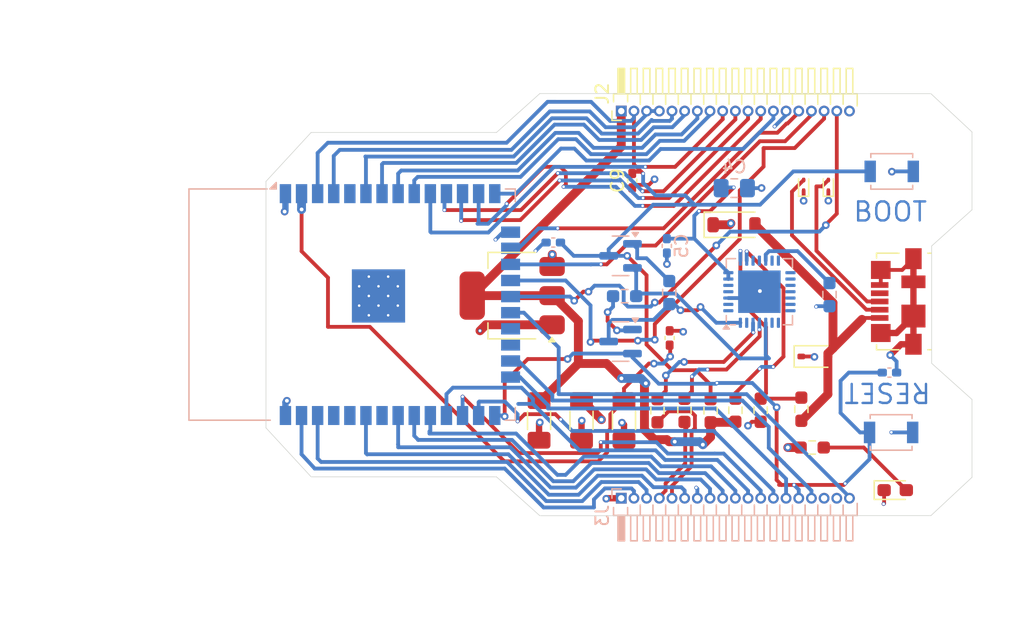
<source format=kicad_pcb>
(kicad_pcb (version 20241229) (generator "pcbnew") (generator_version "9.0")
  (layers (0 "F.Cu" signal) (4 "In1.Cu" power) (6 "In2.Cu" power) (2 "B.Cu" signal) (13 "F.Paste" user) (15 "B.Paste" user) (5 "F.SilkS" user "F.Silkscreen") (7 "B.SilkS" user "B.Silkscreen") (1 "F.Mask" user) (3 "B.Mask" user) (25 "Edge.Cuts" user))
  (net 0 "")
  (net 1 "Net-(U1-VDD)")
  (net 2 "GND")
  (net 3 "/EN")
  (net 4 "Net-(U2-VDD)")
  (net 5 "/EXT_5V")
  (net 6 "/VDD33")
  (net 7 "/VBUS")
  (net 8 "/USB_DN")
  (net 9 "/USB_DP")
  (net 10 "Net-(D5-A)")
  (net 12 "/SCS")
  (net 13 "/IO33")
  (net 14 "/SENSOR_VP")
  (net 15 "/IO14")
  (net 16 "/SHD")
  (net 17 "/IO12")
  (net 18 "/IO25")
  (net 19 "/IO34")
  (net 20 "/IO35")
  (net 21 "/IO13")
  (net 22 "/SWP")
  (net 23 "/IO27")
  (net 24 "/IO26")
  (net 25 "/IO32")
  (net 26 "/SDI")
  (net 27 "/IO22")
  (net 28 "/IO2")
  (net 29 "/SD0")
  (net 30 "/IO5")
  (net 31 "/IO21")
  (net 32 "/IO15")
  (net 33 "/IO0")
  (net 34 "/IO23")
  (net 35 "/IO16")
  (net 36 "/RXD0")
  (net 37 "/IO17")
  (net 38 "/TXD0")
  (net 39 "/IO18")
  (net 40 "/IO4")
  (net 41 "/SCK")
  (net 42 "/IO19")
  (net 43 "Net-(Q1-B)")
  (net 44 "/RTS")
  (net 45 "Net-(Q2-B)")
  (net 46 "/DTR")
  (net 47 "Net-(U2-~{RST})")
  (net 48 "Net-(U2-VBUS)")
  (net 49 "Net-(U2-SUSPEND)")
  (net 50 "/TXD")
  (net 51 "/RXD")
  (net 52 "/IO1")
  (net 53 "/IO3")
  (net 55 "/SENSOR_VN")
  (net 56 "/SD1")
  (net 57 "/SDO")
  (net 59 "/DSR")
  (net 64 "/USB-DP")
  (net 65 "/USB-DN")
  (net 69 "/CTS")
  (net 72 "/RI")
  (net 75 "/DCD")
  (footprint "Resistor_SMD:R_0603_1608Metric_Pad0.98x0.95mm_HandSolder" (layer "F.Cu") (at 110.62 117.5675 90)
    (property "Reference" "R4" (hide yes))
    (property "Value" "22.1K(5%)" (hide yes))
  )
  (footprint "Resistor_SMD:R_0603_1608Metric_Pad0.98x0.95mm_HandSolder" (layer "F.Cu") (at 105.42 117.6475 90)
    (property "Reference" "R2" (hide yes))
    (property "Value" "2K(5%)" (hide yes))
  )
  (footprint "Diode_SMD:D_SOD-923" (layer "F.Cu") (at 110.8 99.9075 90)
    (property "Reference" "D3" (hide yes))
    (property "Value" "ESD9B3.3ST5G" (hide yes))
  )
  (footprint "Resistor_SMD:R_0603_1608Metric_Pad0.98x0.95mm_HandSolder" (layer "F.Cu") (at 107.41 117.6475 90)
    (property "Reference" "R3" (hide yes))
    (property "Value" "47.5K(5%)" (hide yes))
  )
  (footprint "Capacitor_SMD:C_0402_1005Metric_Pad0.74x0.62mm_HandSolder" (layer "F.Cu") (at 97.28 99.54 90)
    (property "Reference" "C9")
    (property "Value" "0.1uF/50V(10%)" (hide yes))
  )
  (footprint "Resistor_SMD:R_0603_1608Metric_Pad0.98x0.95mm_HandSolder" (layer "F.Cu") (at 111.4725 120.59)
    (property "Reference" "R10" (hide yes))
    (property "Value" "2K(5%)" (hide yes))
  )
  (footprint "Capacitor_SMD:C_1206_3216Metric_Pad1.33x1.80mm_HandSolder" (layer "F.Cu") (at 89.93 118.4525 -90)
    (property "Reference" "C7" (hide yes))
    (property "Value" "22uF/10v(20%)" (hide yes))
  )
  (footprint "LED_SMD:LED_0603_1608Metric_Pad1.05x0.95mm_HandSolder" (layer "F.Cu") (at 118.025 123.95)
    (property "Reference" "D5" (hide yes))
    (property "Value" "LED")
  )
  (footprint "Capacitor_SMD:C_1206_3216Metric_Pad1.33x1.80mm_HandSolder" (layer "F.Cu") (at 93.28 118.4525 -90)
    (property "Reference" "C6" (hide yes))
    (property "Value" "22uF/10v(20%)" (hide yes))
  )
  (footprint "Diode_SMD:D_SOD-923" (layer "F.Cu") (at 112.75 99.9075 90)
    (property "Reference" "D4" (hide yes))
    (property "Value" "ESD9B3.3ST5G" (hide yes))
  )
  (footprint "Diode_SMD:D_SOD-123" (layer "F.Cu") (at 105.31 103.02)
    (property "Reference" "D2" (hide yes))
    (property "Value" "MBR0530" (hide yes))
  )
  (footprint "Resistor_SMD:R_0603_1608Metric_Pad0.98x0.95mm_HandSolder" (layer "F.Cu") (at 101.4 117.66 90)
    (property "Reference" "R9" (hide yes))
    (property "Value" "0R(5%)" (hide yes))
  )
  (footprint "Resistor_SMD:R_0603_1608Metric_Pad0.98x0.95mm_HandSolder" (layer "F.Cu") (at 99.27 117.69 90)
    (property "Reference" "R8" (hide yes))
    (property "Value" "0R(5%)" (hide yes))
  )
  (footprint "Package_TO_SOT_SMD:SOT-223-3_TabPin2" (layer "F.Cu") (at 87.81 108.61 180)
    (property "Reference" "U3" (hide yes))
    (property "Value" "AMS1117-3.3" (hide yes))
  )
  (footprint "Capacitor_SMD:C_0402_1005Metric_Pad0.74x0.62mm_HandSolder" (layer "F.Cu") (at 100.23 111.95 90)
    (property "Reference" "C2" (hide yes))
    (property "Value" "0.1uF/50V(10%)" (hide yes))
  )
  (footprint "Diode_SMD:D_SOD-323" (layer "F.Cu") (at 111.6625 113.41)
    (property "Reference" "D1" (hide yes))
    (property "Value" "SD05_SOD323" (hide yes))
  )
  (footprint "Connector_USB:USB_Micro-B_Molex_47346-0001" (layer "F.Cu") (at 118.26 109.07 90)
    (property "Reference" "J1" (hide yes))
    (property "Value" "USB_B_Micro" (hide yes))
  )
  (footprint "Connector_PinHeader_1.00mm:PinHeader_1x19_P1.00mm_Horizontal" (layer "F.Cu") (at 96.415 94.05 90)
    (property "Reference" "J2")
    (property "Value" "Conn_01x19_Pin" (hide yes))
  )
  (footprint "Capacitor_SMD:C_1206_3216Metric_Pad1.33x1.80mm_HandSolder" (layer "F.Cu") (at 96.63 118.4525 -90)
    (property "Reference" "C1" (hide yes))
    (property "Value" "22uF/10V(20%)" (hide yes))
  )
  (footprint "Resistor_SMD:R_0603_1608Metric_Pad0.98x0.95mm_HandSolder" (layer "F.Cu") (at 103.46 117.69 90)
    (property "Reference" "R1" (hide yes))
    (property "Value" "10K(5%)" (hide yes))
  )
  (footprint "Capacitor_SMD:C_0402_1005Metric_Pad0.74x0.62mm_HandSolder" (layer "B.Cu") (at 100.01 104.6825 90)
    (property "Reference" "C5")
    (property "Value" "0.1uF/50V(10%)" (hide yes))
  )
  (footprint "Resistor_SMD:R_0603_1608Metric_Pad0.98x0.95mm_HandSolder" (layer "B.Cu") (at 112.84 108.53 -90)
    (property "Reference" "R5" (hide yes))
    (property "Value" "10K(5%)" (hide yes))
  )
  (footprint "Package_DFN_QFN:QFN-28-1EP_5x5mm_P0.5mm_EP3.35x3.35mm" (layer "B.Cu") (at 107.31 108.3)
    (property "Reference" "U2" (hide yes))
    (property "Value" "CP2102N-Axx-xQFN28" (hide yes))
  )
  (footprint "RF_Module:ESP32-WROOM-32" (layer "B.Cu") (at 78.175 109.315 -90)
    (property "Reference" "U1" (hide yes))
    (property "Value" "ESP32-WROOM-32" (hide yes))
  )
  (footprint "Package_TO_SOT_SMD:SOT-23" (layer "B.Cu") (at 96.36 105.47 180)
    (property "Reference" "Q1" (hide yes))
    (property "Value" "SS8050" (hide yes))
  )
  (footprint "Package_TO_SOT_SMD:SOT-23" (layer "B.Cu") (at 96.36 112.23 180)
    (property "Reference" "Q2" (hide yes))
    (property "Value" "SS8050" (hide yes))
  )
  (footprint "Button_Switch_SMD:SW_SPST_B3U-1000P" (layer "B.Cu") (at 117.7 119.4 180)
    (property "Reference" "SW1" (hide yes))
    (property "Value" "SW_Push" (hide yes))
  )
  (footprint "Capacitor_SMD:C_0805_2012Metric_Pad1.18x1.45mm_HandSolder" (layer "B.Cu") (at 105.33 100.13 180)
    (property "Reference" "C4")
    (property "Value" "4.7uf/50V(10%)" (hide yes))
  )
  (footprint "Capacitor_SMD:C_0402_1005Metric_Pad0.74x0.62mm_HandSolder" (layer "B.Cu") (at 117.5675 114.68 180)
    (property "Reference" "C8" (hide yes))
    (property "Value" "0.1uF/50V(10%)" (hide yes))
  )
  (footprint "Resistor_SMD:R_0603_1608Metric_Pad0.98x0.95mm_HandSolder" (layer "B.Cu") (at 100.2 108.37 90)
    (property "Reference" "R6" (hide yes))
    (property "Value" "10K(5%)" (hide yes))
  )
  (footprint "Resistor_SMD:R_0603_1608Metric_Pad0.98x0.95mm_HandSolder" (layer "B.Cu") (at 96.68 108.65 180)
    (property "Reference" "R7" (hide yes))
    (property "Value" "10K(5%)" (hide yes))
  )
  (footprint "Connector_PinHeader_1.00mm:PinHeader_1x19_P1.00mm_Horizontal" (layer "B.Cu") (at 96.415 124.59 -90)
    (property "Reference" "J3")
    (property "Value" "Conn_01x19_Pin" (hide yes))
  )
  (footprint "Capacitor_SMD:C_0402_1005Metric_Pad0.74x0.62mm_HandSolder" (layer "B.Cu") (at 91.0525 104.42 180)
    (property "Reference" "C3" (hide yes))
    (property "Value" "0.1uF/50V(10%)" (hide yes))
  )
  (footprint "Button_Switch_SMD:SW_SPST_B3U-1000P" (layer "B.Cu") (at 117.75 98.81 180)
    (property "Reference" "SW2" (hide yes))
    (property "Value" "SW_Push" (hide yes))
  )
  (gr_line (start 71.95 122.9) (end 86.57 122.9) (stroke (width 0.05)) (layer "Edge.Cuts"))
  (gr_line (start 86.57 95.74) (end 89.99 92.67) (stroke (width 0.05)) (layer "Edge.Cuts"))
  (gr_line (start 89.99 92.67) (end 120.84 92.68) (stroke (width 0.05)) (layer "Edge.Cuts"))
  (gr_line (start 68.39 99.6) (end 71.95 95.74) (stroke (width 0.05)) (layer "Edge.Cuts"))
  (gr_line (start 89.99 125.97) (end 120.84 125.96) (stroke (width 0.05)) (layer "Edge.Cuts"))
  (gr_line (start 124.08 116.8) (end 120.9 113.95) (stroke (width 0.05)) (layer "Edge.Cuts"))
  (gr_line (start 124.08 95.7) (end 124.08 101.84) (stroke (width 0.05)) (layer "Edge.Cuts"))
  (gr_line (start 124.08 122.94) (end 124.08 116.8) (stroke (width 0.05)) (layer "Edge.Cuts"))
  (gr_line (start 120.84 125.96) (end 124.08 122.94) (stroke (width 0.05)) (layer "Edge.Cuts"))
  (gr_line (start 68.39 119.04) (end 71.95 122.9) (stroke (width 0.05)) (layer "Edge.Cuts"))
  (gr_line (start 71.95 95.74) (end 86.57 95.74) (stroke (width 0.05)) (layer "Edge.Cuts"))
  (gr_line (start 86.57 122.9) (end 89.99 125.97) (stroke (width 0.05)) (layer "Edge.Cuts"))
  (gr_line (start 120.9 113.95) (end 120.9 104.69) (stroke (width 0.05)) (layer "Edge.Cuts"))
  (gr_line (start 68.39 119.04) (end 68.39 99.6) (stroke (width 0.05)) (layer "Edge.Cuts"))
  (gr_line (start 124.08 101.84) (end 120.9 104.69) (stroke (width 0.05)) (layer "Edge.Cuts"))
  (gr_line (start 120.84 92.68) (end 124.08 95.7) (stroke (width 0.05)) (layer "Edge.Cuts"))
  (gr_text "BOOT\n" (at 114.62 102.87 0) (layer "B.Cu") (effects (font (size 1.5 1.5) (thickness 0.1875)) (justify left bottom)))
  (gr_text "RESET" (at 120.93 115.38 180) (layer "B.Cu") (effects (font (size 1.5 1.5) (thickness 0.1875)) (justify left bottom)))
  (segment (start 96.63 116.89) (end 95.551 117.969) (width 0.3) (layer "F.Cu") (net 1))
  (segment (start 100.27462 112.56212) (end 100.23 112.5175) (width 0.3) (layer "F.Cu") (net 1))
  (segment (start 71.2 105.11) (end 71.2 101.81) (width 0.3) (layer "F.Cu") (net 1))
  (segment (start 96.63 115.93) (end 98.59038 113.96962) (width 0.3) (layer "F.Cu") (net 1))
  (segment (start 95.301 120.977521) (end 94.598521 121.68) (width 0.3) (layer "F.Cu") (net 1))
  (segment (start 94.598521 121.68) (end 87.19 121.68) (width 0.3) (layer "F.Cu") (net 1))
  (segment (start 95.301 119.375521) (end 95.301 120.977521) (width 0.3) (layer "F.Cu") (net 1))
  (segment (start 98.59038 113.96962) (end 98.99038 113.96962) (width 0.3) (layer "F.Cu") (net 1))
  (segment (start 95.551 119.125521) (end 95.301 119.375521) (width 0.3) (layer "F.Cu") (net 1))
  (segment (start 96.63 116.89) (end 96.63 115.93) (width 0.3) (layer "F.Cu") (net 1))
  (segment (start 73.28 107.19) (end 71.2 105.11) (width 0.3) (layer "F.Cu") (net 1))
  (segment (start 100.27462 113.41538) (end 100.27462 112.56212) (width 0.3) (layer "F.Cu") (net 1))
  (segment (start 73.28 111.07) (end 73.28 107.19) (width 0.3) (layer "F.Cu") (net 1))
  (segment (start 87.19 121.68) (end 76.58 111.07) (width 0.3) (layer "F.Cu") (net 1))
  (segment (start 95.551 117.969) (end 95.551 119.125521) (width 0.3) (layer "F.Cu") (net 1))
  (segment (start 76.58 111.07) (end 73.28 111.07) (width 0.3) (layer "F.Cu") (net 1))
  (via (at 98.99038 113.96962) (size 0.6) (drill 0.3) (layers "F.Cu" "B.Cu") (net 1))
  (via (at 100.27462 113.41538) (size 0.6) (drill 0.3) (layers "F.Cu" "B.Cu") (net 1))
  (via (at 71.2 101.81) (size 0.6) (drill 0.3) (layers "F.Cu" "B.Cu") (net 1))
  (segment (start 71.195 101.805) (end 71.2 101.81) (width 0.7) (layer "B.Cu") (net 1))
  (segment (start 99.72038 113.96962) (end 100.27462 113.41538) (width 0.3) (layer "B.Cu") (net 1))
  (segment (start 71.195 100.565) (end 71.195 101.805) (width 0.7) (layer "B.Cu") (net 1))
  (segment (start 98.99038 113.96962) (end 99.72038 113.96962) (width 0.3) (layer "B.Cu") (net 1))
  (segment (start 118.485 112.445) (end 117.63 113.3) (width 0.5) (layer "F.Cu") (net 2))
  (segment (start 118.5725 106.5825) (end 119.46 105.695) (width 0.3) (layer "F.Cu") (net 2))
  (segment (start 98.597446 99.872554) (end 99.04 99.43) (width 0.3) (layer "F.Cu") (net 2))
  (segment (start 119.46 112.445) (end 118.485 112.445) (width 0.5) (layer "F.Cu") (net 2))
  (segment (start 117.15 125) (end 117.11 125.04) (width 0.3) (layer "F.Cu") (net 2))
  (segment (start 97.28 100.1075) (end 97.514946 99.872554) (width 0.3) (layer "F.Cu") (net 2))
  (segment (start 90.96 110.91) (end 85.74 110.91) (width 0.7) (layer "F.Cu") (net 2))
  (segment (start 95.27 124.59) (end 95.23 124.63) (width 0.5) (layer "F.Cu") (net 2))
  (segment (start 96.63 118.79) (end 96.47 118.63) (width 0.5) (layer "F.Cu") (net 2))
  (segment (start 110.8 100.3275) (end 110.8 101.13) (width 0.3) (layer "F.Cu") (net 2))
  (segment (start 119.46 112.445) (end 119.46 105.695) (width 0.5) (layer "F.Cu") (net 2))
  (segment (start 100.23 111.3825) (end 101.2225 111.3825) (width 0.3) (layer "F.Cu") (net 2))
  (segment (start 116.885 106.5825) (end 116.885 107.685) (width 0.3) (layer "F.Cu") (net 2))
  (segment (start 101.2225 111.3825) (end 101.3 111.46) (width 0.3) (layer "F.Cu") (net 2))
  (segment (start 89.93 118.67) (end 89.99 118.61) (width 0.5) (layer "F.Cu") (net 2))
  (segment (start 89.93 120.015) (end 89.93 118.67) (width 0.5) (layer "F.Cu") (net 2))
  (segment (start 97.514946 99.872554) (end 98.597446 99.872554) (width 0.3) (layer "F.Cu") (net 2))
  (segment (start 118.1225 111.5575) (end 119.46 110.22) (width 0.5) (layer "F.Cu") (net 2))
  (segment (start 110.6125 113.41) (end 111.62 113.41) (width 0.3) (layer "F.Cu") (net 2))
  (segment (start 116.885 107.685) (end 116.8 107.77) (width 0.3) (layer "F.Cu") (net 2))
  (segment (start 116.885 111.5575) (end 118.1225 111.5575) (width 0.5) (layer "F.Cu") (net 2))
  (segment (start 96.415 124.59) (end 95.27 124.59) (width 0.5) (layer "F.Cu") (net 2))
  (segment (start 117.15 123.95) (end 117.15 125) (width 0.3) (layer "F.Cu") (net 2))
  (segment (start 96.63 120.015) (end 96.63 118.79) (width 0.5) (layer "F.Cu") (net 2))
  (segment (start 116.885 106.5825) (end 118.5725 106.5825) (width 0.3) (layer "F.Cu") (net 2))
  (segment (start 85.74 110.91) (end 85.27 111.38) (width 0.7) (layer "F.Cu") (net 2))
  (segment (start 111.62 113.41) (end 111.65 113.44) (width 0.3) (layer "F.Cu") (net 2))
  (segment (start 93.28 120.015) (end 93.28 118.49) (width 0.5) (layer "F.Cu") (net 2))
  (segment (start 107.41 118.56) (end 106.72 118.56) (width 0.3) (layer "F.Cu") (net 2))
  (segment (start 106.72 118.56) (end 106.41 118.87) (width 0.3) (layer "F.Cu") (net 2))
  (segment (start 112.75 100.3275) (end 112.75 101.12) (width 0.3) (layer "F.Cu") (net 2))
  (segment (start 93.28 118.49) (end 93.3 118.47) (width 0.5) (layer "F.Cu") (net 2))
  (via (at 110.8 101.13) (size 0.6) (drill 0.3) (layers "F.Cu" "B.Cu") (net 2))
  (via (at 107.48 100.12) (size 0.6) (drill 0.3) (layers "F.Cu" "B.Cu") (net 2))
  (via (at 117.72 119.39) (size 0.3) (drill 0.2) (layers "F.Cu" "B.Cu") (net 2))
  (via (at 117.63 113.3) (size 0.6) (drill 0.3) (layers "F.Cu" "B.Cu") (net 2))
  (via (at 107.35 108.25) (size 0.6) (drill 0.3) (layers "F.Cu" "B.Cu") (net 2))
  (via (at 112.75 101.12) (size 0.6) (drill 0.3) (layers "F.Cu" "B.Cu") (net 2))
  (via (at 96.47 118.63) (size 0.6) (drill 0.3) (layers "F.Cu" "B.Cu") (net 2))
  (via (at 106.41 118.87) (size 0.6) (drill 0.3) (layers "F.Cu" "B.Cu") (net 2))
  (via (at 108.511574 95.261574) (size 0.3) (drill 0.2) (layers "F.Cu" "B.Cu") (net 2))
  (via (at 99.04 99.43) (size 0.6) (drill 0.3) (layers "F.Cu" "B.Cu") (net 2))
  (via (at 95.23 124.63) (size 0.6) (drill 0.3) (layers "F.Cu" "B.Cu") (net 2))
  (via (at 101.3 111.46) (size 0.6) (drill 0.3) (layers "F.Cu" "B.Cu") (net 2))
  (via (at 117.11 125.04) (size 0.3) (drill 0.2) (layers "F.Cu" "B.Cu") (net 2))
  (via (at 100.02 106.12) (size 0.6) (drill 0.3) (layers "F.Cu" "B.Cu") (net 2))
  (via (at 117.76 98.83) (size 0.6) (drill 0.3) (layers "F.Cu" "B.Cu") (net 2))
  (via (at 69.86 101.98) (size 0.6) (drill 0.3) (layers "F.Cu" "B.Cu") (net 2))
  (via (at 111.65 113.44) (size 0.6) (drill 0.3) (layers "F.Cu" "B.Cu") (net 2))
  (via (at 89.66 105.08) (size 0.3) (drill 0.2) (layers "F.Cu" "B.Cu") (net 2))
  (via (at 86.5 104.19) (size 0.3) (drill 0.2) (layers "F.Cu" "B.Cu") (net 2))
  (via (at 89.99 118.61) (size 0.6) (drill 0.3) (layers "F.Cu" "B.Cu") (net 2))
  (via (at 70.04 116.9) (size 0.6) (drill 0.3) (layers "F.Cu" "B.Cu") (net 2))
  (via (at 102.33 123.76) (size 0.3) (drill 0.2) (layers "F.Cu" "B.Cu") (net 2))
  (via (at 93.3 118.47) (size 0.6) (drill 0.3) (layers "F.Cu" "B.Cu") (net 2))
  (via (at 85.27 111.38) (size 0.3) (drill 0.2) (layers "F.Cu" "B.Cu") (net 2))
  (via (at 111.79 109.48) (size 0.3) (drill 0.2) (layers "F.Cu" "B.Cu") (net 2))
  (segment (start 102.415 123.845) (end 102.33 123.76) (width 0.3) (layer "B.Cu") (net 2))
  (segment (start 100.01 106.11) (end 100.02 106.12) (width 0.3) (layer "B.Cu") (net 2))
  (segment (start 87.685 103.605) (end 87.085 103.605) (width 0.3) (layer "B.Cu") (net 2))
  (segment (start 107.47 100.13) (end 107.48 100.12) (width 0.3) (layer "B.Cu") (net 2))
  (segment (start 107.31 108.3) (end 107.31 108.29) (width 0.7) (layer "B.Cu") (net 2))
  (segment (start 119.45 98.81) (end 117.78 98.81) (width 0.3) (layer "B.Cu") (net 2))
  (segment (start 107.31 108.29) (end 107.35 108.25) (width 0.7) (layer "B.Cu") (net 2))
  (segment (start 100.01 105.25) (end 100.01 106.11) (width 0.3) (layer "B.Cu") (net 2))
  (segment (start 109.415 94.05) (end 109.415 94.358148) (width 0.3) (layer "B.Cu") (net 2))
  (segment (start 69.925 117.015) (end 70.04 116.9) (width 0.5) (layer "B.Cu") (net 2))
  (segment (start 102.415 124.59) (end 102.415 123.845) (width 0.3) (layer "B.Cu") (net 2))
  (segment (start 106.3675 100.13) (end 107.47 100.13) (width 0.3) (layer "B.Cu") (net 2))
  (segment (start 119.4 119.4) (end 117.73 119.4) (width 0.3) (layer "B.Cu") (net 2))
  (segment (start 104.86 108.8) (end 106.81 108.8) (width 0.3) (layer "B.Cu") (net 2))
  (segment (start 69.925 100.565) (end 69.925 101.915) (width 0.5) (layer "B.Cu") (net 2))
  (segment (start 69.925 101.915) (end 69.86 101.98) (width 0.5) (layer "B.Cu") (net 2))
  (segment (start 111.8275 109.4425) (end 111.79 109.48) (width 0.3) (layer "B.Cu") (net 2))
  (segment (start 90.32 104.42) (end 89.66 105.08) (width 0.3) (layer "B.Cu") (net 2))
  (segment (start 117.78 98.81) (end 117.76 98.83) (width 0.3) (layer "B.Cu") (net 2))
  (segment (start 112.84 109.4425) (end 111.8275 109.4425) (width 0.3) (layer "B.Cu") (net 2))
  (segment (start 109.415 94.358148) (end 108.511574 95.261574) (width 0.3) (layer "B.Cu") (net 2))
  (segment (start 118.135 113.805) (end 117.63 113.3) (width 0.3) (layer "B.Cu") (net 2))
  (segment (start 117.73 119.4) (end 117.72 119.39) (width 0.3) (layer "B.Cu") (net 2))
  (segment (start 87.085 103.605) (end 86.5 104.19) (width 0.3) (layer "B.Cu") (net 2))
  (segment (start 69.925 118.065) (end 69.925 117.015) (width 0.5) (layer "B.Cu") (net 2))
  (segment (start 118.135 114.68) (end 118.135 113.805) (width 0.3) (layer "B.Cu") (net 2))
  (segment (start 90.485 104.42) (end 90.32 104.42) (width 0.3) (layer "B.Cu") (net 2))
  (segment (start 106.81 108.8) (end 107.31 108.3) (width 0.3) (layer "B.Cu") (net 2))
  (segment (start 98.14 98.99) (end 97.9875 98.8375) (width 0.3) (layer "F.Cu") (net 3))
  (segment (start 97.415 98.265) (end 98.14 98.99) (width 0.3) (layer "F.Cu") (net 3))
  (segment (start 97.415 98.8375) (end 97.28 98.9725) (width 0.3) (layer "F.Cu") (net 3))
  (segment (start 97.9875 98.8375) (end 97.415 98.8375) (width 0.3) (layer "F.Cu") (net 3))
  (segment (start 102.31 114.49) (end 103.46 115.64) (width 0.3) (layer "F.Cu") (net 3))
  (segment (start 97.415 94.05) (end 97.415 98.265) (width 0.3) (layer "F.Cu") (net 3))
  (segment (start 98.41 107) (end 98.41 112.47) (width 0.3) (layer "F.Cu") (net 3))
  (segment (start 100.43 114.49) (end 102.31 114.49) (width 0.3) (layer "F.Cu") (net 3))
  (segment (start 96.88 105.47) (end 98.41 107) (width 0.3) (layer "F.Cu") (net 3))
  (segment (start 98.41 112.47) (end 100.43 114.49) (width 0.3) (layer "F.Cu") (net 3))
  (segment (start 103.46 115.64) (end 103.46 116.7775) (width 0.3) (layer "F.Cu") (net 3))
  (via (at 98.14 98.99) (size 0.3) (drill 0.2) (layers "F.Cu" "B.Cu") (net 3))
  (via (at 96.88 105.47) (size 0.6) (drill 0.3) (layers "F.Cu" "B.Cu") (net 3))
  (segment (start 95.536 94.826) (end 94.032311 93.322311) (width 0.3) (layer "B.Cu") (net 3))
  (segment (start 92.67 105.47) (end 91.62 104.42) (width 0.3) (layer "B.Cu") (net 3))
  (segment (start 102.195 101.44) (end 98.927322 101.44) (width 0.3) (layer "B.Cu") (net 3))
  (segment (start 97.415 94.602) (end 97.191 94.826) (width 0.3) (layer "B.Cu") (net 3))
  (segment (start 107.36 101.44) (end 109.99 98.81) (width 0.3) (layer "B.Cu") (net 3))
  (segment (start 109.99 98.81) (end 116.05 98.81) (width 0.3) (layer "B.Cu") (net 3))
  (segment (start 101.455 100.7) (end 102.195 101.44) (width 0.3) (layer "B.Cu") (net 3))
  (segment (start 95.4225 105.47) (end 96.88 105.47) (width 0.3) (layer "B.Cu") (net 3))
  (segment (start 95.4225 105.47) (end 92.67 105.47) (width 0.3) (layer "B.Cu") (net 3))
  (segment (start 90.599993 93.321198) (end 87.371191 96.55) (width 0.3) (layer "B.Cu") (net 3))
  (segment (start 73.27 96.55) (end 72.465 97.355) (width 0.3) (layer "B.Cu") (net 3))
  (segment (start 94.032311 93.322311) (end 90.599993 93.321198) (width 0.3) (layer "B.Cu") (net 3))
  (segment (start 98.14 98.99) (end 98.14 99.72) (width 0.3) (layer "B.Cu") (net 3))
  (segment (start 97.191 94.826) (end 95.536 94.826) (width 0.3) (layer "B.Cu") (net 3))
  (segment (start 97.415 94.05) (end 97.415 94.602) (width 0.3) (layer "B.Cu") (net 3))
  (segment (start 98.927322 101.44) (end 95.4225 104.944822) (width 0.3) (layer "B.Cu") (net 3))
  (segment (start 95.4225 104.944822) (end 95.4225 105.47) (width 0.3) (layer "B.Cu") (net 3))
  (segment (start 87.371191 96.55) (end 73.27 96.55) (width 0.3) (layer "B.Cu") (net 3))
  (segment (start 98.14 99.72) (end 99.12 100.7) (width 0.3) (layer "B.Cu") (net 3))
  (segment (start 99.12 100.7) (end 101.455 100.7) (width 0.3) (layer "B.Cu") (net 3))
  (segment (start 72.465 97.355) (end 72.465 100.565) (width 0.3) (layer "B.Cu") (net 3))
  (segment (start 102.195 101.44) (end 107.36 101.44) (width 0.3) (layer "B.Cu") (net 3))
  (segment (start 102.543554 101.943554) (end 103.416446 101.943554) (width 0.3) (layer "F.Cu") (net 4))
  (segment (start 103.416446 101.943554) (end 105.28 100.08) (width 0.3) (layer "F.Cu") (net 4))
  (via (at 105.28 100.08) (size 0.3) (drill 0.2) (layers "F.Cu" "B.Cu") (net 4))
  (via (at 102.543554 101.943554) (size 0.3) (drill 0.2) (layers "F.Cu" "B.Cu") (net 4))
  (segment (start 104.3425 100.08) (end 104.2925 100.13) (width 0.3) (layer "B.Cu") (net 4))
  (segment (start 102.175 104.115) (end 104.86 106.8) (width 0.3) (layer "B.Cu") (net 4))
  (segment (start 100.01 104.115) (end 102.175 104.115) (width 0.3) (layer "B.Cu") (net 4))
  (segment (start 102.175 104.115) (end 102.175 102.312108) (width 0.3) (layer "B.Cu") (net 4))
  (segment (start 104.86 106.8) (end 104.86 107.3) (width 0.3) (layer "B.Cu") (net 4))
  (segment (start 102.175 102.312108) (end 102.543554 101.943554) (width 0.3) (layer "B.Cu") (net 4))
  (segment (start 105.28 100.08) (end 104.3425 100.08) (width 0.3) (layer "B.Cu") (net 4))
  (segment (start 93.35 116.89) (end 94.85 118.39) (width 0.7) (layer "F.Cu") (net 5))
  (segment (start 103.66 103.02) (end 104.95 103.02) (width 0.7) (layer "F.Cu") (net 5))
  (segment (start 93.28 116.89) (end 93.35 116.89) (width 0.7) (layer "F.Cu") (net 5))
  (segment (start 104.95 103.02) (end 105.06 102.91) (width 0.7) (layer "F.Cu") (net 5))
  (segment (start 90.97 106.3) (end 90.96 106.31) (width 0.7) (layer "F.Cu") (net 5))
  (segment (start 90.97 105.36) (end 90.97 106.3) (width 0.7) (layer "F.Cu") (net 5))
  (segment (start 109.55 120.59) (end 110.56 120.59) (width 0.7) (layer "F.Cu") (net 5))
  (via (at 105.06 102.91) (size 0.6) (drill 0.3) (layers "F.Cu" "B.Cu") (net 5))
  (via (at 90.97 105.36) (size 0.6) (drill 0.3) (layers "F.Cu" "B.Cu") (net 5))
  (via (at 109.55 120.59) (size 0.6) (drill 0.3) (layers "F.Cu" "B.Cu") (net 5))
  (via (at 94.85 118.39) (size 0.6) (drill 0.3) (layers "F.Cu" "B.Cu") (net 5))
  (segment (start 96.415 94.05) (end 96.415 96.855) (width 0.7) (layer "F.Cu") (net 6))
  (segment (start 103.46 118.6025) (end 103.46 119.24) (width 0.7) (layer "F.Cu") (net 6))
  (segment (start 90.96 108.61) (end 91.02 108.61) (width 0.7) (layer "F.Cu") (net 6))
  (segment (start 96.415 96.855) (end 84.66 108.61) (width 0.7) (layer "F.Cu") (net 6))
  (segment (start 90.103496 116.89) (end 89.93 116.89) (width 0.7) (layer "F.Cu") (net 6))
  (segment (start 100.63 120.13) (end 100.17828 120.13) (width 0.7) (layer "F.Cu") (net 6))
  (segment (start 91.02 108.61) (end 93.031 110.621) (width 0.7) (layer "F.Cu") (net 6))
  (segment (start 102.85 120.36848) (end 103.46 119.75848) (width 0.7) (layer "F.Cu") (net 6))
  (segment (start 98.244 115.636001) (end 98.353069 115.526932) (width 0.7) (layer "F.Cu") (net 6))
  (segment (start 93.031 113.962496) (end 95.252496 113.962496) (width 0.7) (layer "F.Cu") (net 6))
  (segment (start 100.01464 119.96636) (end 99.024672 119.96636) (width 0.7) (layer "F.Cu") (net 6))
  (segment (start 103.46 118.6025) (end 105.3775 118.6025) (width 0.7) (layer "F.Cu") (net 6))
  (segment (start 103.46 119.75848) (end 103.46 119.24) (width 0.7) (layer "F.Cu") (net 6))
  (segment (start 84.66 108.61) (end 90.96 108.61) (width 0.7) (layer "F.Cu") (net 6))
  (segment (start 95.252496 113.962496) (end 96.43 115.14) (width 0.7) (layer "F.Cu") (net 6))
  (segment (start 98.244 119.185688) (end 98.244 115.636001) (width 0.7) (layer "F.Cu") (net 6))
  (segment (start 93.031 110.621) (end 93.031 113.962496) (width 0.7) (layer "F.Cu") (net 6))
  (segment (start 99.024672 119.96636) (end 98.244 119.185688) (width 0.7) (layer "F.Cu") (net 6))
  (segment (start 100.17828 120.13) (end 100.01464 119.96636) (width 0.7) (layer "F.Cu") (net 6))
  (segment (start 93.031 113.962496) (end 90.103496 116.89) (width 0.7) (layer "F.Cu") (net 6))
  (segment (start 103.46 119.24) (end 103.56 119.34) (width 0.7) (layer "F.Cu") (net 6))
  (segment (start 105.3775 118.6025) (end 105.42 118.56) (width 0.7) (layer "F.Cu") (net 6))
  (via (at 100.63 120.13) (size 0.6) (drill 0.3) (layers "F.Cu" "B.Cu") (net 6))
  (via (at 102.85 120.36848) (size 0.6) (drill 0.3) (layers "F.Cu" "B.Cu") (net 6))
  (via (at 96.43 115.14) (size 0.6) (drill 0.3) (layers "F.Cu" "B.Cu") (net 6))
  (via (at 98.353069 115.526932) (size 0.6) (drill 0.3) (layers "F.Cu" "B.Cu") (net 6))
  (segment (start 100.63 120.13) (end 102.61152 120.13) (width 0.7) (layer "B.Cu") (net 6))
  (segment (start 97.966137 115.14) (end 96.43 115.14) (width 0.7) (layer "B.Cu") (net 6))
  (segment (start 102.61152 120.13) (end 102.85 120.36848) (width 0.7) (layer "B.Cu") (net 6))
  (segment (start 98.353069 115.526932) (end 97.966137 115.14) (width 0.7) (layer "B.Cu") (net 6))
  (segment (start 113.115 112.765) (end 115.4 110.48) (width 0.7) (layer "F.Cu") (net 7))
  (segment (start 115.51 110.37) (end 115.4 110.48) (width 0.3) (layer "F.Cu") (net 7))
  (segment (start 113.115 109.175) (end 106.96 103.02) (width 0.7) (layer "F.Cu") (net 7))
  (segment (start 112.7125 113.1675) (end 113.115 112.765) (width 0.7) (layer "F.Cu") (net 7))
  (segment (start 110.62 118.48) (end 112.7125 116.3875) (width 0.7) (layer "F.Cu") (net 7))
  (segment (start 112.7125 116.3875) (end 112.7125 113.41) (width 0.7) (layer "F.Cu") (net 7))
  (segment (start 113.115 112.765) (end 113.115 109.175) (width 0.7) (layer "F.Cu") (net 7))
  (segment (start 116.8 110.37) (end 115.51 110.37) (width 0.3) (layer "F.Cu") (net 7))
  (segment (start 112.7125 113.41) (end 112.7125 113.1675) (width 0.7) (layer "F.Cu") (net 7))
  (segment (start 116.8 109.72) (end 115.75148 109.72) (width 0.3) (layer "F.Cu") (net 8))
  (segment (start 109.88 103.84852) (end 109.88 100.4075) (width 0.3) (layer "F.Cu") (net 8))
  (segment (start 109.88 100.4075) (end 110.8 99.4875) (width 0.3) (layer "F.Cu") (net 8))
  (segment (start 115.75148 109.72) (end 109.88 103.84852) (width 0.3) (layer "F.Cu") (net 8))
  (segment (start 116.8 109.07) (end 115.81 109.07) (width 0.3) (layer "F.Cu") (net 9))
  (segment (start 111.81 99.99) (end 112.2475 99.99) (width 0.3) (layer "F.Cu") (net 9))
  (segment (start 112.2475 99.99) (end 112.75 99.4875) (width 0.3) (layer "F.Cu") (net 9))
  (segment (start 111.81 105.07) (end 111.81 99.99) (width 0.3) (layer "F.Cu") (net 9))
  (segment (start 115.81 109.07) (end 111.81 105.07) (width 0.3) (layer "F.Cu") (net 9))
  (segment (start 115.54 120.59) (end 118.9 123.95) (width 0.3) (layer "F.Cu") (net 10))
  (segment (start 112.385 120.59) (end 115.54 120.59) (width 0.3) (layer "F.Cu") (net 10))
  (segment (start 99.41 109.15) (end 99.06 109.15) (width 0.3) (layer "F.Cu") (net 12))
  (segment (start 93.83 108.3) (end 93.42 108.3) (width 0.3) (layer "F.Cu") (net 12))
  (segment (start 113.415 102.145) (end 112.64 102.92) (width 0.3) (layer "F.Cu") (net 12))
  (segment (start 103.91 104.65) (end 99.41 109.15) (width 0.3) (layer "F.Cu") (net 12))
  (segment (start 112.64 102.96) (end 112.55 103.05) (width 0.3) (layer "F.Cu") (net 12))
  (segment (start 113.415 94.05) (end 113.415 102.145) (width 0.3) (layer "F.Cu") (net 12))
  (segment (start 93.42 108.3) (end 92.70538 109.01462) (width 0.3) (layer "F.Cu") (net 12))
  (segment (start 112.64 102.92) (end 112.64 102.96) (width 0.3) (layer "F.Cu") (net 12))
  (via (at 92.70538 109.01462) (size 0.6) (drill 0.3) (layers "F.Cu" "B.Cu") (net 12))
  (via (at 103.91 104.65) (size 0.6) (drill 0.3) (layers "F.Cu" "B.Cu") (net 12))
  (via (at 112.55 103.05) (size 0.6) (drill 0.3) (layers "F.Cu" "B.Cu") (net 12))
  (via (at 99.06 109.15) (size 0.6) (drill 0.3) (layers "F.Cu" "B.Cu") (net 12))
  (via (at 93.83 108.3) (size 0.6) (drill 0.3) (layers "F.Cu" "B.Cu") (net 12))
  (segment (start 112.039 103.561) (end 104.999 103.561) (width 0.3) (layer "B.Cu") (net 12))
  (segment (start 98.734 109.476) (end 96.944154 109.476) (width 0.3) (layer "B.Cu") (net 12))
  (segment (start 94.306 107.824) (end 93.83 108.3) (width 0.3) (layer "B.Cu") (net 12))
  (segment (start 92.70538 109.01462) (end 92.37576 108.685) (width 0.3) (layer "B.Cu") (net 12))
  (segment (start 112.55 103.05) (end 112.039 103.561) (width 0.3) (layer "B.Cu") (net 12))
  (segment (start 96.267846 107.824) (end 94.306 107.824) (width 0.3) (layer "B.Cu") (net 12))
  (segment (start 96.606 109.137846) (end 96.606 108.162154) (width 0.3) (layer "B.Cu") (net 12))
  (segment (start 96.606 108.162154) (end 96.267846 107.824) (width 0.3) (layer "B.Cu") (net 12))
  (segment (start 92.37576 108.685) (end 87.685 108.685) (width 0.3) (layer "B.Cu") (net 12))
  (segment (start 99.06 109.15) (end 98.734 109.476) (width 0.3) (layer "B.Cu") (net 12))
  (segment (start 96.944154 109.476) (end 96.606 109.137846) (width 0.3) (layer "B.Cu") (net 12))
  (segment (start 104.999 103.561) (end 103.91 104.65) (width 0.3) (layer "B.Cu") (net 12))
  (segment (start 80.085 99.515) (end 80.359 99.241) (width 0.3) (layer "B.Cu") (net 13))
  (segment (start 91.44 96.271) (end 92.84248 96.271) (width 0.3) (layer "B.Cu") (net 13))
  (segment (start 80.359 99.241) (end 88.47 99.241) (width 0.3) (layer "B.Cu") (net 13))
  (segment (start 92.84248 96.271) (end 94.022479 97.451) (width 0.3) (layer "B.Cu") (net 13))
  (segment (start 101.375801 96.39876) (end 103.415 94.359561) (width 0.3) (layer "B.Cu") (net 13))
  (segment (start 98.399 97.451) (end 99.45124 96.39876) (width 0.3) (layer "B.Cu") (net 13))
  (segment (start 103.415 94.359561) (end 103.415 94.05) (width 0.3) (layer "B.Cu") (net 13))
  (segment (start 94.022479 97.451) (end 98.399 97.451) (width 0.3) (layer "B.Cu") (net 13))
  (segment (start 99.45124 96.39876) (end 101.375801 96.39876) (width 0.3) (layer "B.Cu") (net 13))
  (segment (start 88.47 99.241) (end 91.44 96.271) (width 0.3) (layer "B.Cu") (net 13))
  (segment (start 80.085 100.565) (end 80.085 99.515) (width 0.3) (layer "B.Cu") (net 13))
  (segment (start 93.93 94.08) (end 90.78 94.08) (width 0.3) (layer "B.Cu") (net 14))
  (segment (start 73.735 97.585) (end 73.735 100.565) (width 0.3) (layer "B.Cu") (net 14))
  (segment (start 98.415 94.31052) (end 97.39852 95.327) (width 0.3) (layer "B.Cu") (net 14))
  (segment (start 97.39852 95.327) (end 95.177 95.327) (width 0.3) (layer "B.Cu") (net 14))
  (segment (start 90.78 94.08) (end 87.75 97.11) (width 0.3) (layer "B.Cu") (net 14))
  (segment (start 98.415 94.05) (end 98.415 94.31052) (width 0.3) (layer "B.Cu") (net 14))
  (segment (start 87.75 97.11) (end 74.21 97.11) (width 0.3) (layer "B.Cu") (net 14))
  (segment (start 99.415 94.05) (end 98.415 94.05) (width 0.3) (layer "B.Cu") (net 14))
  (segment (start 74.21 97.11) (end 73.735 97.585) (width 0.3) (layer "B.Cu") (net 14))
  (segment (start 95.177 95.327) (end 93.93 94.08) (width 0.3) (layer "B.Cu") (net 14))
  (segment (start 107.38794 94.699437) (end 107.193689 94.893689) (width 0.3) (layer "F.Cu") (net 15))
  (segment (start 100.557377 101.53) (end 98.1 101.53) (width 0.3) (layer "F.Cu") (net 15))
  (segment (start 107.193689 94.893689) (end 107.415 94.672378) (width 0.3) (layer "F.Cu") (net 15))
  (segment (start 92.045554 98.879034) (end 91.61752 98.451) (width 0.3) (layer "F.Cu") (net 15))
  (segment (start 91.86539 100.024554) (end 92.045554 99.84439) (width 0.3) (layer "F.Cu") (net 15))
  (segment (start 92.045554 99.84439) (end 92.045554 98.879034) (width 0.3) (layer "F.Cu") (net 15))
  (segment (start 91.61752 98.451) (end 90.289 98.451) (width 0.3) (layer "F.Cu") (net 15))
  (segment (start 107.415 94.672378) (end 107.415 94.05) (width 0.3) (layer "F.Cu") (net 15))
  (segment (start 107.193689 94.893689) (end 100.557377 101.53) (width 0.3) (layer "F.Cu") (net 15))
  (segment (start 90.289 98.451) (end 87.38 101.36) (width 0.3) (layer "F.Cu") (net 15))
  (via (at 91.86539 100.024554) (size 0.3) (drill 0.2) (layers "F.Cu" "B.Cu") (net 15))
  (via (at 98.1 101.53) (size 0.3) (drill 0.2) (layers "F.Cu" "B.Cu") (net 15))
  (via (at 87.38 101.36) (size 0.3) (drill 0.2) (layers "F.Cu" "B.Cu") (net 15))
  (segment (start 85.165 102.855) (end 85.165 100.565) (width 0.3) (layer "B.Cu") (net 15))
  (segment (start 95.989 100.024554) (end 91.86539 100.024554) (width 0.3) (layer "B.Cu") (net 15))
  (segment (start 85.08 102.94) (end 85.165 102.855) (width 0.3) (layer "B.Cu") (net 15))
  (segment (start 97.494446 101.53) (end 95.99 100.025554) (width 0.3) (layer "B.Cu") (net 15))
  (segment (start 87.38 101.36) (end 87.38 101.47148) (width 0.3) (layer "B.Cu") (net 15))
  (segment (start 87.38 101.47148) (end 85.91148 102.94) (width 0.3) (layer "B.Cu") (net 15))
  (segment (start 98.1 101.53) (end 97.494446 101.53) (width 0.3) (layer "B.Cu") (net 15))
  (segment (start 85.91148 102.94) (end 85.08 102.94) (width 0.3) (layer "B.Cu") (net 15))
  (segment (start 95.99 100.025554) (end 95.989 100.024554) (width 0.3) (layer "B.Cu") (net 15))
  (segment (start 95.27 106.14) (end 96.751 104.659) (width 0.3) (layer "F.Cu") (net 16))
  (segment (start 111.415 94.358147) (end 111.415 94.05) (width 0.3) (layer "F.Cu") (net 16))
  (segment (start 107.35 96.43) (end 109.343147 96.43) (width 0.3) (layer "F.Cu") (net 16))
  (segment (start 109.343147 96.43) (end 111.415 94.358147) (width 0.3) (layer "F.Cu") (net 16))
  (segment (start 94.81 106.14) (end 95.27 106.14) (width 0.3) (layer "F.Cu") (net 16))
  (segment (start 96.751 104.659) (end 99.121 104.659) (width 0.3) (layer "F.Cu") (net 16))
  (segment (start 99.121 104.659) (end 107.35 96.43) (width 0.3) (layer "F.Cu") (net 16))
  (via (at 94.81 106.14) (size 0.3) (drill 0.2) (layers "F.Cu" "B.Cu") (net 16))
  (segment (start 111.415 94.05) (end 111.415 94.358147) (width 0.3) (layer "B.Cu") (net 16))
  (segment (start 94.02 106.14) (end 94.015 106.145) (width 0.3) (layer "B.Cu") (net 16))
  (segment (start 94.015 106.145) (end 87.685 106.145) (width 0.3) (layer "B.Cu") (net 16))
  (segment (start 94.81 106.14) (end 94.02 106.14) (width 0.3) (layer "B.Cu") (net 16))
  (segment (start 108.415 94.65104) (end 108.415 94.05) (width 0.3) (layer "B.Cu") (net 17))
  (segment (start 98.65 97.90852) (end 99.51926 97.03926) (width 0.3) (layer "B.Cu") (net 17))
  (segment (start 98.65 97.91) (end 98.65 97.90852) (width 0.3) (layer "B.Cu") (net 17))
  (segment (start 92.72 97.01) (end 93.662 97.952) (width 0.3) (layer "B.Cu") (net 17))
  (segment (start 106.02678 97.03926) (end 108.415 94.65104) (width 0.3) (layer "B.Cu") (net 17))
  (segment (start 88.105 100.565) (end 91.66 97.01) (width 0.3) (layer "B.Cu") (net 17))
  (segment (start 99.51926 97.03926) (end 106.02678 97.03926) (width 0.3) (layer "B.Cu") (net 17))
  (segment (start 98.608 97.952) (end 98.65 97.91) (width 0.3) (layer "B.Cu") (net 17))
  (segment (start 91.66 97.01) (end 92.72 97.01) (width 0.3) (layer "B.Cu") (net 17))
  (segment (start 86.435 100.565) (end 88.105 100.565) (width 0.3) (layer "B.Cu") (net 17))
  (segment (start 93.662 97.952) (end 98.608 97.952) (width 0.3) (layer "B.Cu") (net 17))
  (segment (start 100.658 98.452) (end 98.309106 98.452) (width 0.3) (layer "F.Cu") (net 18))
  (segment (start 104.42 94.69) (end 104.415 94.685) (width 0.3) (layer "F.Cu") (net 18))
  (segment (start 104.415 94.685) (end 104.415 94.05) (width 0.3) (layer "F.Cu") (net 18))
  (segment (start 104.42 94.69) (end 100.658 98.452) (width 0.3) (layer "F.Cu") (net 18))
  (via (at 98.309106 98.452) (size 0.3) (drill 0.2) (layers "F.Cu" "B.Cu") (net 18))
  (segment (start 91.108 98.452) (end 85.93 103.63) (width 0.3) (layer "B.Cu") (net 18))
  (segment (start 98.309106 98.452) (end 91.108 98.452) (width 0.3) (layer "B.Cu") (net 18))
  (segment (start 81.355 103.565) (end 81.355 100.565) (width 0.3) (layer "B.Cu") (net 18))
  (segment (start 81.42 103.63) (end 81.355 103.565) (width 0.3) (layer "B.Cu") (net 18))
  (segment (start 85.93 103.63) (end 81.42 103.63) (width 0.3) (layer "B.Cu") (net 18))
  (segment (start 76.23 97.64) (end 76.275 97.685) (width 0.3) (layer "B.Cu") (net 19))
  (segment (start 100.24004 94.826) (end 98.886 94.826) (width 0.3) (layer "B.Cu") (net 19))
  (segment (start 87.92852 97.64) (end 76.23 97.64) (width 0.3) (layer "B.Cu") (net 19))
  (segment (start 98.886 94.826) (end 98.811215 94.751215) (width 0.3) (layer "B.Cu") (net 19))
  (segment (start 98.811215 94.751215) (end 97.73443 95.828) (width 0.3) (layer "B.Cu") (net 19))
  (segment (start 76.275 97.685) (end 76.275 100.565) (width 0.3) (layer "B.Cu") (net 19))
  (segment (start 93.67 94.62) (end 90.94852 94.62) (width 0.3) (layer "B.Cu") (net 19))
  (segment (start 100.415 94.65104) (end 100.24004 94.826) (width 0.3) (layer "B.Cu") (net 19))
  (segment (start 97.73443 95.828) (end 94.878 95.828) (width 0.3) (layer "B.Cu") (net 19))
  (segment (start 100.415 94.05) (end 100.415 94.65104) (width 0.3) (layer "B.Cu") (net 19))
  (segment (start 90.94852 94.62) (end 87.92852 97.64) (width 0.3) (layer "B.Cu") (net 19))
  (segment (start 94.878 95.828) (end 93.67 94.62) (width 0.3) (layer "B.Cu") (net 19))
  (segment (start 101.415 94.05) (end 101.415 94.359561) (width 0.3) (layer "B.Cu") (net 20))
  (segment (start 93.46248 95.121) (end 91.156041 95.121) (width 0.3) (layer "B.Cu") (net 20))
  (segment (start 100.44756 95.327) (end 98.98 95.327) (width 0.3) (layer "B.Cu") (net 20))
  (segment (start 101.415 94.359561) (end 100.44756 95.327) (width 0.3) (layer "B.Cu") (net 20))
  (segment (start 94.67048 96.329) (end 93.46248 95.121) (width 0.3) (layer "B.Cu") (net 20))
  (segment (start 77.545 98.246) (end 77.545 100.565) (width 0.3) (layer "B.Cu") (net 20))
  (segment (start 98.98 95.327) (end 97.978 96.329) (width 0.3) (layer "B.Cu") (net 20))
  (segment (start 88.13604 98.141) (end 77.65 98.141) (width 0.3) (layer "B.Cu") (net 20))
  (segment (start 77.65 98.141) (end 77.545 98.246) (width 0.3) (layer "B.Cu") (net 20))
  (segment (start 97.978 96.329) (end 94.67048 96.329) (width 0.3) (layer "B.Cu") (net 20))
  (segment (start 91.156041 95.121) (end 88.13604 98.141) (width 0.3) (layer "B.Cu") (net 20))
  (segment (start 109.45 95.04) (end 108.727426 95.762574) (width 0.3) (layer "F.Cu") (net 21))
  (segment (start 110.415 94.14743) (end 109.52243 95.04) (width 0.3) (layer "F.Cu") (net 21))
  (segment (start 109.52243 95.04) (end 109.45 95.04) (width 0.3) (layer "F.Cu") (net 21))
  (segment (start 107.382574 95.762574) (end 107.34 95.72) (width 0.3) (layer "F.Cu") (net 21))
  (segment (start 108.727426 95.762574) (end 107.382574 95.762574) (width 0.3) (layer "F.Cu") (net 21))
  (segment (start 107.34 95.72) (end 99.76 103.3) (width 0.3) (layer "F.Cu") (net 21))
  (segment (start 110.415 94.05) (end 110.415 94.14743) (width 0.3) (layer "F.Cu") (net 21))
  (segment (start 99.76 103.3) (end 91.4 103.3) (width 0.3) (layer "F.Cu") (net 21))
  (via (at 91.4 103.3) (size 0.3) (drill 0.2) (layers "F.Cu" "B.Cu") (net 21))
  (segment (start 89.892 103.3) (end 88.317 104.875) (width 0.3) (layer "B.Cu") (net 21))
  (segment (start 88.317 104.875) (end 87.685 104.875) (width 0.3) (layer "B.Cu") (net 21))
  (segment (start 91.4 103.3) (end 89.892 103.3) (width 0.3) (layer "B.Cu") (net 21))
  (segment (start 112.415 94.05) (end 112.415 94.65104) (width 0.3) (layer "F.Cu") (net 22))
  (segment (start 107.64 96.97) (end 107.64 98.428521) (width 0.3) (layer "F.Cu") (net 22))
  (segment (start 99.06 110.851) (end 99.06 112.09) (width 0.3) (layer "F.Cu") (net 22))
  (segment (start 105.761 104.15) (end 99.06 110.851) (width 0.3) (layer "F.Cu") (net 22))
  (segment (start 110.09604 96.97) (end 107.64 96.97) (width 0.3) (layer "F.Cu") (net 22))
  (segment (start 107.64 98.428521) (end 105.761 100.307521) (width 0.3) (layer "F.Cu") (net 22))
  (segment (start 97.72 112.16) (end 94.1 112.16) (width 0.3) (layer "F.Cu") (net 22))
  (segment (start 112.415 94.65104) (end 110.09604 96.97) (width 0.3) (layer "F.Cu") (net 22))
  (segment (start 105.761 100.307521) (end 105.761 104.15) (width 0.3) (layer "F.Cu") (net 22))
  (segment (start 94.1 112.16) (end 93.99 112.27) (width 0.3) (layer "F.Cu") (net 22))
  (via (at 93.99 112.27) (size 0.6) (drill 0.3) (layers "F.Cu" "B.Cu") (net 22))
  (via (at 99.06 112.09) (size 0.6) (drill 0.3) (layers "F.Cu" "B.Cu") (net 22))
  (via (at 97.72 112.16) (size 0.6) (drill 0.3) (layers "F.Cu" "B.Cu") (net 22))
  (segment (start 99.06 112.09) (end 97.79 112.09) (width 0.3) (layer "B.Cu") (net 22))
  (segment (start 97.79 112.09) (end 97.72 112.16) (width 0.3) (layer "B.Cu") (net 22))
  (segment (start 93.99 109.38) (end 92.025 107.415) (width 0.3) (layer "B.Cu") (net 22))
  (segment (start 93.99 112.27) (end 93.99 109.38) (width 0.3) (layer "B.Cu") (net 22))
  (segment (start 92.025 107.415) (end 87.685 107.415) (width 0.3) (layer "B.Cu") (net 22))
  (segment (start 100.179538 100.91) (end 106.415 94.674538) (width 0.3) (layer "F.Cu") (net 23))
  (segment (start 98.13 100.91) (end 100.179538 100.91) (width 0.3) (layer "F.Cu") (net 23))
  (segment (start 106.415 94.674538) (end 106.415 94.05) (width 0.3) (layer "F.Cu") (net 23))
  (segment (start 83.85 102.65) (end 83.79 102.71) (width 0.3) (layer "F.Cu") (net 23))
  (segment (start 91.544554 99.555446) (end 88.45 102.65) (width 0.3) (layer "F.Cu") (net 23))
  (segment (start 88.45 102.65) (end 83.85 102.65) (width 0.3) (layer "F.Cu") (net 23))
  (segment (start 91.544554 99.524554) (end 91.544554 99.555446) (width 0.3) (layer "F.Cu") (net 23))
  (via (at 98.13 100.91) (size 0.3) (drill 0.2) (layers "F.Cu" "B.Cu") (net 23))
  (via (at 83.79 102.71) (size 0.3) (drill 0.2) (layers "F.Cu" "B.Cu") (net 23))
  (via (at 91.544554 99.524554) (size 0.3) (drill 0.2) (layers "F.Cu" "B.Cu") (net 23))
  (segment (start 83.79 102.71) (end 83.79 100.67) (width 0.3) (layer "B.Cu") (net 23))
  (segment (start 96.239446 99.524554) (end 91.544554 99.524554) (width 0.3) (layer "B.Cu") (net 23))
  (segment (start 96.31 99.454) (end 96.239446 99.524554) (width 0.3) (layer "B.Cu") (net 23))
  (segment (start 83.79 100.67) (end 83.895 100.565) (width 0.3) (layer "B.Cu") (net 23))
  (segment (start 97.766 100.91) (end 96.31 99.454) (width 0.3) (layer "B.Cu") (net 23))
  (segment (start 98.13 100.91) (end 97.766 100.91) (width 0.3) (layer "B.Cu") (net 23))
  (segment (start 99.756446 100.373554) (end 105.415 94.715) (width 0.3) (layer "F.Cu") (net 24))
  (segment (start 88.502 101.86) (end 82.47 101.86) (width 0.3) (layer "F.Cu") (net 24))
  (segment (start 105.415 94.715) (end 105.415 94.05) (width 0.3) (layer "F.Cu") (net 24))
  (segment (start 91.41 98.952) (end 88.502 101.86) (width 0.3) (layer "F.Cu") (net 24))
  (segment (start 98.086446 100.373554) (end 99.756446 100.373554) (width 0.3) (layer "F.Cu") (net 24))
  (via (at 98.086446 100.373554) (size 0.3) (drill 0.2) (layers "F.Cu" "B.Cu") (net 24))
  (via (at 82.47 101.86) (size 0.3) (drill 0.2) (layers "F.Cu" "B.Cu") (net 24))
  (via (at 91.41 98.952) (size 0.3) (drill 0.2) (layers "F.Cu" "B.Cu") (net 24))
  (segment (start 98.086446 100.373554) (end 98.083554 100.373554) (width 0.3) (layer "B.Cu") (net 24))
  (segment (start 98.083554 100.373554) (end 96.663 98.953) (width 0.3) (layer "B.Cu") (net 24))
  (segment (start 91.411 98.953) (end 91.41 98.952) (width 0.3) (layer "B.Cu") (net 24))
  (segment (start 82.47 100.72) (end 82.625 100.565) (width 0.3) (layer "B.Cu") (net 24))
  (segment (start 82.47 101.86) (end 82.47 100.72) (width 0.3) (layer "B.Cu") (net 24))
  (segment (start 91.64 98.953) (end 91.411 98.953) (width 0.3) (layer "B.Cu") (net 24))
  (segment (start 96.663 98.953) (end 91.64 98.953) (width 0.3) (layer "B.Cu") (net 24))
  (segment (start 93.05 95.77) (end 91.215563 95.77) (width 0.3) (layer "B.Cu") (net 25))
  (segment (start 94.23 96.95) (end 93.05 95.77) (width 0.3) (layer "B.Cu") (net 25))
  (segment (start 102.415 94.05) (end 102.415 94.65104) (width 0.3) (layer "B.Cu") (net 25))
  (segment (start 88.245562 98.74) (end 79.06 98.74) (width 0.3) (layer "B.Cu") (net 25))
  (segment (start 78.815 98.985) (end 78.815 100.565) (width 0.3) (layer "B.Cu") (net 25))
  (segment (start 102.415 94.65104) (end 101.16828 95.89776) (width 0.3) (layer "B.Cu") (net 25))
  (segment (start 101.16828 95.89776) (end 99.11776 95.89776) (width 0.3) (layer "B.Cu") (net 25))
  (segment (start 98.06552 96.95) (end 94.23 96.95) (width 0.3) (layer "B.Cu") (net 25))
  (segment (start 79.06 98.74) (end 78.815 98.985) (width 0.3) (layer "B.Cu") (net 25))
  (segment (start 91.215563 95.77) (end 88.245562 98.74) (width 0.3) (layer "B.Cu") (net 25))
  (segment (start 99.11776 95.89776) (end 98.06552 96.95) (width 0.3) (layer "B.Cu") (net 25))
  (segment (start 72.465 121.455) (end 72.465 118.065) (width 0.3) (layer "B.Cu") (net 27))
  (segment (start 93.339967 124.816913) (end 90.496478 124.816913) (width 0.3) (layer "B.Cu") (net 27))
  (segment (start 87.409566 121.73) (end 72.74 121.73) (width 0.3) (layer "B.Cu") (net 27))
  (segment (start 97.782065 123.313) (end 94.84388 123.313) (width 0.3) (layer "B.Cu") (net 27))
  (segment (start 98.415 123.945935) (end 97.782065 123.313) (width 0.3) (layer "B.Cu") (net 27))
  (segment (start 98.415 124.59) (end 98.415 123.945935) (width 0.3) (layer "B.Cu") (net 27))
  (segment (start 90.496478 124.816913) (end 87.409566 121.73) (width 0.3) (layer "B.Cu") (net 27))
  (segment (start 94.84388 123.313) (end 93.339967 124.816913) (width 0.3) (layer "B.Cu") (net 27))
  (segment (start 72.74 121.73) (end 72.465 121.455) (width 0.3) (layer "B.Cu") (net 27))
  (segment (start 103.86 117.51) (end 90.64 117.51) (width 0.3) (layer "B.Cu") (net 28))
  (segment (start 109.415 123.065) (end 103.86 117.51) (width 0.3) (layer "B.Cu") (net 28))
  (segment (start 90.64 117.25148) (end 88.42352 115.035) (width 0.3) (layer "B.Cu") (net 28))
  (segment (start 90.64 117.51) (end 90.64 117.25148) (width 0.3) (layer "B.Cu") (net 28))
  (segment (start 109.415 124.59) (end 109.415 123.065) (width 0.3) (layer "B.Cu") (net 28))
  (segment (start 88.42352 115.035) (end 87.685 115.035) (width 0.3) (layer "B.Cu") (net 28))
  (segment (start 93.46 121.31) (end 92.022 122.748) (width 0.3) (layer "B.Cu") (net 30))
  (segment (start 103.49752 122.07148) (end 99.54852 122.07148) (width 0.3) (layer "B.Cu") (net 30))
  (segment (start 92.022 122.748) (end 91.38 122.748) (width 0.3) (layer "B.Cu") (net 30))
  (segment (start 81.355 119.255) (end 81.355 118.065) (width 0.3) (layer "B.Cu") (net 30))
  (segment (start 81.29 119.32) (end 81.355 119.255) (width 0.3) (layer "B.Cu") (net 30))
  (segment (start 105.415 124.59) (end 105.415 123.98896) (width 0.3) (layer "B.Cu") (net 30))
  (segment (start 81.29 119.489) (end 81.29 119.32) (width 0.3) (layer "B.Cu") (net 30))
  (segment (start 91.38 122.748) (end 88.121 119.489) (width 0.3) (layer "B.Cu") (net 30))
  (segment (start 105.415 123.98896) (end 103.49752 122.07148) (width 0.3) (layer "B.Cu") (net 30))
  (segment (start 99.54852 122.07148) (end 98.786041 121.309) (width 0.3) (layer "B.Cu") (net 30))
  (segment (start 88.121 119.489) (end 81.29 119.489) (width 0.3) (layer "B.Cu") (net 30))
  (segment (start 93.911 121.309) (end 93.91 121.31) (width 0.3) (layer "B.Cu") (net 30))
  (segment (start 98.786041 121.309) (end 93.911 121.309) (width 0.3) (layer "B.Cu") (net 30))
  (segment (start 93.91 121.31) (end 93.46 121.31) (width 0.3) (layer "B.Cu") (net 30))
  (segment (start 76.275 118.065) (end 76.275 121.035) (width 0.3) (layer "B.Cu") (net 31))
  (segment (start 76.275 121.035) (end 76.37 121.13) (width 0.3) (layer "B.Cu") (net 31))
  (segment (start 76.38 121.12) (end 87.508087 121.12) (width 0.3) (layer "B.Cu") (net 31))
  (segment (start 98.95 123.72) (end 101.15 123.72) (width 0.3) (layer "B.Cu") (net 31))
  (segment (start 87.508087 121.12) (end 90.703998 124.315913) (width 0.3) (layer "B.Cu") (net 31))
  (segment (start 98.042 122.812) (end 98.95 123.72) (width 0.3) (layer "B.Cu") (net 31))
  (segment (start 90.703998 124.315913) (end 93.05 124.315913) (width 0.3) (layer "B.Cu") (net 31))
  (segment (start 101.15 123.72) (end 101.415 123.985) (width 0.3) (layer "B.Cu") (net 31))
  (segment (start 94.553913 122.812) (end 98.042 122.812) (width 0.3) (layer "B.Cu") (net 31))
  (segment (start 101.415 123.985) (end 101.415 124.59) (width 0.3) (layer "B.Cu") (net 31))
  (segment (start 93.05 124.315913) (end 94.553913 122.812) (width 0.3) (layer "B.Cu") (net 31))
  (segment (start 76.37 121.13) (end 76.38 121.12) (width 0.3) (layer "B.Cu") (net 31))
  (segment (start 108.05 118.96) (end 108.035 118.945) (width 0.3) (layer "B.Cu") (net 32))
  (segment (start 90.97852 116.42652) (end 88.317 113.765) (width 0.3) (layer "B.Cu") (net 32))
  (segment (start 90.97852 116.88148) (end 90.97852 116.42652) (width 0.3) (layer "B.Cu") (net 32))
  (segment (start 88.317 113.765) (end 87.685 113.765) (width 0.3) (layer "B.Cu") (net 32))
  (segment (start 105.97148 116.88148) (end 90.97852 116.88148) (width 0.3) (layer "B.Cu") (net 32))
  (segment (start 108.05 120.62) (end 108.05 118.96) (width 0.3) (layer "B.Cu") (net 32))
  (segment (start 108.035 118.945) (end 105.97148 116.88148) (width 0.3) (layer "B.Cu") (net 32))
  (segment (start 111.415 124.59) (end 111.415 123.98896) (width 0.3) (layer "B.Cu") (net 32))
  (segment (start 109.243347 121.813347) (end 108.05 120.62) (width 0.3) (layer "B.Cu") (net 32))
  (segment (start 111.415 123.98896) (end 109.243347 121.817307) (width 0.3) (layer "B.Cu") (net 32))
  (segment (start 109.243347 121.817307) (end 109.243347 121.813347) (width 0.3) (layer "B.Cu") (net 32))
  (segment (start 109.06 123.54) (end 108.86 123.54) (width 0.3) (layer "F.Cu") (net 33))
  (segment (start 87.22 118.14) (end 87.22 115.43) (width 0.3) (layer "F.Cu") (net 33))
  (segment (start 110.04 123.54) (end 109.06 123.54) (width 0.3) (layer "F.Cu") (net 33))
  (segment (start 108.67 123.15) (end 108.67 117.42) (width 0.3) (layer "F.Cu") (net 33))
  (segment (start 89.04 113.61) (end 92.18 113.61) (width 0.3) (layer "F.Cu") (net 33))
  (segment (start 113.97 123.54) (end 114.08 123.43) (width 0.3) (layer "F.Cu") (net 33))
  (segment (start 109.06 123.54) (end 108.67 123.15) (width 0.3) (layer "F.Cu") (net 33))
  (segment (start 87.22 115.43) (end 89.04 113.61) (width 0.3) (layer "F.Cu") (net 33))
  (segment (start 110.04 123.54) (end 113.97 123.54) (width 0.3) (layer "F.Cu") (net 33))
  (via (at 108.67 117.42) (size 0.6) (drill 0.3) (layers "F.Cu" "B.Cu") (net 33))
  (via (at 87.22 118.14) (size 0.6) (drill 0.3) (layers "F.Cu" "B.Cu") (net 33))
  (via (at 92.18 113.61) (size 0.6) (drill 0.3) (layers "F.Cu" "B.Cu") (net 33))
  (via (at 110.04 123.54) (size 0.3) (drill 0.2) (layers "F.Cu" "B.Cu") (net 33))
  (via (at 114.08 123.43) (size 0.3) (drill 0.2) (layers "F.Cu" "B.Cu") (net 33))
  (via (at 103.961 115.5) (size 0.3) (drill 0.2) (layers "F.Cu" "B.Cu") (net 33))
  (segment (start 86.435 118.065) (end 87.145 118.065) (width 0.3) (layer "B.Cu") (net 33))
  (segment (start 106.75 115.5) (end 103.961 115.5) (width 0.3) (layer "B.Cu") (net 33))
  (segment (start 114.08 123.43) (end 116 121.51) (width 0.3) (layer "B.Cu") (net 33))
  (segment (start 99.378121 115.56062) (end 97.2975 113.479999) (width 0.3) (layer "B.Cu") (net 33))
  (segment (start 103.961 115.5) (end 103.90038 115.56062) (width 0.3) (layer "B.Cu") (net 33))
  (segment (start 115.25 119.4) (end 113.714038 117.864038) (width 0.3) (layer "B.Cu") (net 33))
  (segment (start 110.415 124.59) (end 110.415 123.915) (width 0.3) (layer "B.Cu") (net 33))
  (segment (start 87.145 118.065) (end 87.22 118.14) (width 0.3) (layer "B.Cu") (net 33))
  (segment (start 110.415 123.915) (end 110.04 123.54) (width 0.3) (layer "B.Cu") (net 33))
  (segment (start 114.36148 114.68) (end 117 114.68) (width 0.3) (layer "B.Cu") (net 33))
  (segment (start 97.2975 113.479999) (end 97.2975 113.18) (width 0.3) (layer "B.Cu") (net 33))
  (segment (start 116 119.4) (end 115.25 119.4) (width 0.3) (layer "B.Cu") (net 33))
  (segment (start 103.90038 115.56062) (end 99.378121 115.56062) (width 0.3) (layer "B.Cu") (net 33))
  (segment (start 116 121.51) (end 116 119.4) (width 0.3) (layer "B.Cu") (net 33))
  (segment (start 113.714038 115.327442) (end 114.36148 114.68) (width 0.3) (layer "B.Cu") (net 33))
  (segment (start 92.61 113.18) (end 97.2975 113.18) (width 0.3) (layer "B.Cu") (net 33))
  (segment (start 108.67 117.42) (end 106.75 115.5) (width 0.3) (layer "B.Cu") (net 33))
  (segment (start 113.714038 117.864038) (end 113.714038 115.327442) (width 0.3) (layer "B.Cu") (net 33))
  (segment (start 92.18 113.61) (end 92.61 113.18) (width 0.3) (layer "B.Cu") (net 33))
  (segment (start 95.125346 123.814) (end 94.259989 124.679357) (width 0.3) (layer "B.Cu") (net 34))
  (segment (start 97.214 123.814) (end 95.125346 123.814) (width 0.3) (layer "B.Cu") (net 34))
  (segment (start 71.195 121.121148) (end 71.195 118.065) (width 0.3) (layer "B.Cu") (net 34))
  (segment (start 97.415 124.015) (end 97.214 123.814) (width 0.3) (layer "B.Cu") (net 34))
  (segment (start 97.415 124.59) (end 97.415 124.015) (width 0.3) (layer "B.Cu") (net 34))
  (segment (start 90.289948 125.318903) (end 87.220045 122.249) (width 0.3) (layer "B.Cu") (net 34))
  (segment (start 87.220045 122.249) (end 72.235195 122.249) (width 0.3) (layer "B.Cu") (net 34))
  (segment (start 94.259989 125.317615) (end 90.289948 125.318903) (width 0.3) (layer "B.Cu") (net 34))
  (segment (start 94.259989 124.679357) (end 94.259989 125.317615) (width 0.3) (layer "B.Cu") (net 34))
  (segment (start 72.235195 122.249) (end 71.195 121.121148) (width 0.3) (layer "B.Cu") (net 34))
  (segment (start 94.8 120.77) (end 94.5415 121.0285) (width 0.3) (layer "F.Cu") (net 35))
  (segment (start 94.5415 121.0285) (end 88.3485 121.0285) (width 0.3) (layer "F.Cu") (net 35))
  (segment (start 94.8 120.17) (end 94.8 120.77) (width 0.3) (layer "F.Cu") (net 35))
  (segment (start 88.3485 121.0285) (end 83.9 116.58) (width 0.3) (layer "F.Cu") (net 35))
  (via (at 94.8 120.17) (size 0.3) (drill 0.2) (layers "F.Cu" "B.Cu") (net 35))
  (via (at 83.9 116.58) (size 0.3) (drill 0.2) (layers "F.Cu" "B.Cu") (net 35))
  (segment (start 99.18804 120.17) (end 94.8 120.17) (width 0.3) (layer "B.Cu") (net 35))
  (segment (start 100.08752 121.06948) (end 99.18804 120.17) (width 0.3) (layer "B.Cu") (net 35))
  (segment (start 107.415 123.98896) (end 104.49552 121.06948) (width 0.3) (layer "B.Cu") (net 35))
  (segment (start 83.9 116.58) (end 83.9 118.06) (width 0.3) (layer "B.Cu") (net 35))
  (segment (start 104.49552 121.06948) (end 103.789 121.06948) (width 0.3) (layer "B.Cu") (net 35))
  (segment (start 83.9 118.06) (end 83.895 118.065) (width 0.3) (layer "B.Cu") (net 35))
  (segment (start 107.415 124.59) (end 107.415 123.98896) (width 0.3) (layer "B.Cu") (net 35))
  (segment (start 103.789 121.06948) (end 100.08752 121.06948) (width 0.3) (layer "B.Cu") (net 35))
  (segment (start 101.96 122.07) (end 101.96 119.338846) (width 0.3) (layer "F.Cu") (net 36))
  (segment (start 102.226 118.072154) (end 101.887846 117.734) (width 0.3) (layer "F.Cu") (net 36))
  (segment (start 101.887846 117.734) (end 100.1385 117.734) (width 0.3) (layer "F.Cu") (net 36))
  (segment (start 100.1385 117.734) (end 99.27 118.6025) (width 0.3) (layer "F.Cu") (net 36))
  (segment (start 100.415 123.615) (end 101.96 122.07) (width 0.3) (layer "F.Cu") (net 36))
  (segment (start 100.415 124.59) (end 100.415 123.615) (width 0.3) (layer "F.Cu") (net 36))
  (segment (start 101.96 119.338846) (end 102.226 119.072846) (width 0.3) (layer "F.Cu") (net 36))
  (segment (start 102.226 119.072846) (end 102.226 118.072154) (width 0.3) (layer "F.Cu") (net 36))
  (segment (start 89.450654 117.15) (end 88.29 117.15) (width 0.3) (layer "B.Cu") (net 37))
  (segment (start 99.11852 120.809) (end 93.109654 120.809) (width 0.3) (layer "B.Cu") (net 37))
  (segment (start 106.415 123.98896) (end 103.99652 121.57048) (width 0.3) (layer "B.Cu") (net 37))
  (segment (start 83.13 115.87) (end 82.625 116.375) (width 0.3) (layer "B.Cu") (net 37))
  (segment (start 88.55 115.87) (end 83.13 115.87) (width 0.3) (layer "B.Cu") (net 37))
  (segment (start 89.450654 117.15) (end 89.450654 116.770654) (width 0.3) (layer "B.Cu") (net 37))
  (segment (start 82.625 116.375) (end 82.625 118.065) (width 0.3) (layer "B.Cu") (net 37))
  (segment (start 99.88 121.57048) (end 99.11852 120.809) (width 0.3) (layer "B.Cu") (net 37))
  (segment (start 89.450654 116.770654) (end 88.55 115.87) (width 0.3) (layer "B.Cu") (net 37))
  (segment (start 93.109654 120.809) (end 89.450654 117.15) (width 0.3) (layer "B.Cu") (net 37))
  (segment (start 106.415 124.59) (end 106.415 123.98896) (width 0.3) (layer "B.Cu") (net 37))
  (segment (start 103.99652 121.57048) (end 99.88 121.57048) (width 0.3) (layer "B.Cu") (net 37))
  (segment (start 101.459 119.131325) (end 101.55 119.040326) (width 0.3) (layer "F.Cu") (net 38))
  (segment (start 101.459 121.86248) (end 101.459 119.131325) (width 0.3) (layer "F.Cu") (net 38))
  (segment (start 99.639 124.26857) (end 99.914 123.99357) (width 0.3) (layer "F.Cu") (net 38))
  (segment (start 101.55 119.040326) (end 101.55 118.7225) (width 0.3) (layer "F.Cu") (net 38))
  (segment (start 99.639 124.366) (end 99.639 124.26857) (width 0.3) (layer "F.Cu") (net 38))
  (segment (start 99.415 124.59) (end 99.639 124.366) (width 0.3) (layer "F.Cu") (net 38))
  (segment (start 99.914 123.407479) (end 101.459 121.86248) (width 0.3) (layer "F.Cu") (net 38))
  (segment (start 99.914 123.99357) (end 99.914 123.407479) (width 0.3) (layer "F.Cu") (net 38))
  (segment (start 101.55 118.7225) (end 101.4 118.5725) (width 0.3) (layer "F.Cu") (net 38))
  (segment (start 104.415 123.98896) (end 103.03504 122.609) (width 0.3) (layer "B.Cu") (net 39))
  (segment (start 91.054127 123.249) (end 87.795127 119.99) (width 0.3) (layer "B.Cu") (net 39))
  (segment (start 92.63248 123.249) (end 91.054127 123.249) (width 0.3) (layer "B.Cu") (net 39))
  (segment (start 94.07148 121.81) (end 92.63248 123.249) (width 0.3) (layer "B.Cu") (net 39))
  (segment (start 99.37752 122.609) (end 98.57852 121.81) (width 0.3) (layer "B.Cu") (net 39))
  (segment (start 98.57852 121.81) (end 94.07148 121.81) (width 0.3) (layer "B.Cu") (net 39))
  (segment (start 80.39 119.99) (end 80.39 119.97) (width 0.3) (layer "B.Cu") (net 39))
  (segment (start 80.085 119.665) (end 80.085 118.065) (width 0.3) (layer "B.Cu") (net 39))
  (segment (start 104.415 124.59) (end 104.415 123.98896) (width 0.3) (layer "B.Cu") (net 39))
  (segment (start 80.39 119.97) (end 80.085 119.665) (width 0.3) (layer "B.Cu") (net 39))
  (segment (start 103.03504 122.609) (end 99.37752 122.609) (width 0.3) (layer "B.Cu") (net 39))
  (segment (start 87.795127 119.99) (end 80.39 119.99) (width 0.3) (layer "B.Cu") (net 39))
  (segment (start 91.64 118.38) (end 91.219 117.959) (width 0.3) (layer "F.Cu") (net 40))
  (segment (start 88.801 117.959) (end 88.24 118.52) (width 0.3) (layer "F.Cu") (net 40))
  (segment (start 91.219 117.959) (end 88.801 117.959) (width 0.3) (layer "F.Cu") (net 40))
  (via (at 91.64 118.38) (size 0.3) (drill 0.2) (layers "F.Cu" "B.Cu") (net 40))
  (via (at 88.24 118.52) (size 0.3) (drill 0.2) (layers "F.Cu" "B.Cu") (net 40))
  (segment (start 92.541 119.281) (end 91.64 118.38) (width 0.3) (layer "B.Cu") (net 40))
  (segment (start 85.165 117.015) (end 85.165 118.065) (width 0.3) (layer "B.Cu") (net 40))
  (segment (start 88.24 118.52) (end 88.24 117.968) (width 0.3) (layer "B.Cu") (net 40))
  (segment (start 85.216 116.964) (end 85.165 117.015) (width 0.3) (layer "B.Cu") (net 40))
  (segment (start 103.70704 119.281) (end 92.541 119.281) (width 0.3) (layer "B.Cu") (net 40))
  (segment (start 88.24 117.968) (end 87.236 116.964) (width 0.3) (layer "B.Cu") (net 40))
  (segment (start 87.236 116.964) (end 85.216 116.964) (width 0.3) (layer "B.Cu") (net 40))
  (segment (start 108.415 123.98896) (end 103.70704 119.281) (width 0.3) (layer "B.Cu") (net 40))
  (segment (start 108.415 124.59) (end 108.415 123.98896) (width 0.3) (layer "B.Cu") (net 40))
  (segment (start 88.735 109.955) (end 87.685 109.955) (width 0.3) (layer "B.Cu") (net 41))
  (segment (start 91.47952 116.38048) (end 91.47952 112.69952) (width 0.3) (layer "B.Cu") (net 41))
  (segment (start 114.415 124.49257) (end 106.30291 116.38048) (width 0.3) (layer "B.Cu") (net 41))
  (segment (start 106.30291 116.38048) (end 91.47952 116.38048) (width 0.3) (layer "B.Cu") (net 41))
  (segment (start 114.415 124.59) (end 114.415 124.49257) (width 0.3) (layer "B.Cu") (net 41))
  (segment (start 91.47952 112.69952) (end 88.735 109.955) (width 0.3) (layer "B.Cu") (net 41))
  (segment (start 92.82 123.75) (end 90.846607 123.75) (width 0.3) (layer "B.Cu") (net 42))
  (segment (start 102.680654 123.11) (end 99.17 123.11) (width 0.3) (layer "B.Cu") (net 42))
  (segment (start 92.83 123.76) (end 92.82 123.75) (width 0.3) (layer "B.Cu") (net 42))
  (segment (start 99.17 123.11) (end 98.371 122.311) (width 0.3) (layer "B.Cu") (net 42))
  (segment (start 87.666608 120.57) (end 78.82 120.57) (width 0.3) (layer "B.Cu") (net 42))
  (segment (start 94.279 122.311) (end 92.83 123.76) (width 0.3) (layer "B.Cu") (net 42))
  (segment (start 78.815 120.345) (end 78.815 118.065) (width 0.3) (layer "B.Cu") (net 42))
  (segment (start 90.846607 123.75) (end 87.666608 120.57) (width 0.3) (layer "B.Cu") (net 42))
  (segment (start 78.82 120.35) (end 78.815 120.345) (width 0.3) (layer "B.Cu") (net 42))
  (segment (start 103.415 124.59) (end 103.415 123.844346) (width 0.3) (layer "B.Cu") (net 42))
  (segment (start 98.371 122.311) (end 94.279 122.311) (width 0.3) (layer "B.Cu") (net 42))
  (segment (start 103.415 123.844346) (end 102.680654 123.11) (width 0.3) (layer "B.Cu") (net 42))
  (segment (start 78.82 120.57) (end 78.82 120.35) (width 0.3) (layer "B.Cu") (net 42))
  (segment (start 97.67 105.66) (end 97.67 104.8925) (width 0.3) (layer "B.Cu") (net 43))
  (segment (start 100.2 107.4575) (end 98.4025 105.66) (width 0.3) (layer "B.Cu") (net 43))
  (segment (start 97.67 104.8925) (end 97.2975 104.52) (width 0.3) (layer "B.Cu") (net 43))
  (segment (start 98.4025 105.66) (end 97.67 105.66) (width 0.3) (layer "B.Cu") (net 43))
  (segment (start 108.06 113.56) (end 107.81 113.31) (width 0.3) (layer "B.Cu") (net 44))
  (segment (start 97.5925 108.65) (end 97.7985 108.444) (width 0.3) (layer "B.Cu") (net 44))
  (segment (start 97.5925 108.65) (end 97.5925 106.715) (width 0.3) (layer "B.Cu") (net 44))
  (segment (start 105.32 113.076154) (end 105.32 113.09) (width 0.3) (layer "B.Cu") (net 44))
  (segment (start 107.81 113.31) (end 107.81 110.75) (width 0.3) (layer "B.Cu") (net 44))
  (segment (start 97.5925 106.715) (end 97.2975 106.42) (width 0.3) (layer "B.Cu") (net 44))
  (segment (start 105.32 113.09) (end 105.79 113.56) (width 0.3) (layer "B.Cu") (net 44))
  (segment (start 100.687846 108.444) (end 105.32 113.076154) (width 0.3) (layer "B.Cu") (net 44))
  (segment (start 97.7985 108.444) (end 100.687846 108.444) (width 0.3) (layer "B.Cu") (net 44))
  (segment (start 105.79 113.56) (end 108.06 113.56) (width 0.3) (layer "B.Cu") (net 44))
  (segment (start 95.34 109.91) (end 95.34 110.6175) (width 0.3) (layer "F.Cu") (net 45))
  (segment (start 95.34 110.6175) (end 96.0725 111.35) (width 0.3) (layer "F.Cu") (net 45))
  (via (at 96.0725 111.35) (size 0.6) (drill 0.3) (layers "F.Cu" "B.Cu") (net 45))
  (via (at 95.34 109.91) (size 0.6) (drill 0.3) (layers "F.Cu" "B.Cu") (net 45))
  (segment (start 97.2275 111.35) (end 97.2975 111.28) (width 0.3) (layer "B.Cu") (net 45))
  (segment (start 96.0725 111.35) (end 97.2275 111.35) (width 0.3) (layer "B.Cu") (net 45))
  (segment (start 95.7675 108.65) (end 95.7675 109.4825) (width 0.3) (layer "B.Cu") (net 45))
  (segment (start 95.7675 109.4825) (end 95.34 109.91) (width 0.3) (layer "B.Cu") (net 45))
  (segment (start 102.407303 109.762697) (end 102.666543 109.503457) (width 0.3) (layer "F.Cu") (net 46))
  (segment (start 101.087303 109.762697) (end 102.407303 109.762697) (width 0.3) (layer "F.Cu") (net 46))
  (via (at 102.666543 109.503457) (size 0.6) (drill 0.3) (layers "F.Cu" "B.Cu") (net 46))
  (via (at 101.087303 109.762697) (size 0.6) (drill 0.3) (layers "F.Cu" "B.Cu") (net 46))
  (segment (start 95.71 110.52) (end 98.9625 110.52) (width 0.3) (layer "B.Cu") (net 46))
  (segment (start 103.913086 110.75) (end 105.81 110.75) (width 0.3) (layer "B.Cu") (net 46))
  (segment (start 95.4225 110.8075) (end 95.71 110.52) (width 0.3) (layer "B.Cu") (net 46))
  (segment (start 100.2 109.2825) (end 100.607106 109.2825) (width 0.3) (layer "B.Cu") (net 46))
  (segment (start 102.666543 109.503457) (end 103.913086 110.75) (width 0.3) (layer "B.Cu") (net 46))
  (segment (start 98.9625 110.52) (end 100.2 109.2825) (width 0.3) (layer "B.Cu") (net 46))
  (segment (start 100.607106 109.2825) (end 101.087303 109.762697) (width 0.3) (layer "B.Cu") (net 46))
  (segment (start 95.4225 112.23) (end 95.4225 110.8075) (width 0.3) (layer "B.Cu") (net 46))
  (segment (start 105.42 116.292) (end 105.42 116.735) (width 0.3) (layer "F.Cu") (net 47))
  (segment (start 106.31 105.121523) (end 109.21 108.021523) (width 0.3) (layer "F.Cu") (net 47))
  (segment (start 109.21 108.021523) (end 109.21 113.42) (width 0.3) (layer "F.Cu") (net 47))
  (segment (start 109.21 113.42) (end 108.4 114.23) (width 0.3) (layer "F.Cu") (net 47))
  (segment (start 107.332 114.38) (end 105.42 116.292) (width 0.3) (layer "F.Cu") (net 47))
  (via (at 106.31 105.121523) (size 0.3) (drill 0.2) (layers "F.Cu" "B.Cu") (net 47))
  (via (at 107.332 114.38) (size 0.3) (drill 0.2) (layers "F.Cu" "B.Cu") (net 47))
  (via (at 108.4 114.23) (size 0.3) (drill 0.2) (layers "F.Cu" "B.Cu") (net 47))
  (segment (start 108.4 114.23) (end 107.482 114.23) (width 0.3) (layer "B.Cu") (net 47))
  (segment (start 107.482 114.23) (end 107.332 114.38) (width 0.3) (layer "B.Cu") (net 47))
  (segment (start 106.31 105.85) (end 106.31 105.121523) (width 0.3) (layer "B.Cu") (net 47))
  (segment (start 110.54 116.735) (end 110.62 116.655) (width 0.3) (layer "F.Cu") (net 48))
  (segment (start 105.81 105.08) (end 105.81 109.072958) (width 0.3) (layer "F.Cu") (net 48))
  (segment (start 107.41 116.735) (end 110.54 116.735) (width 0.3) (layer "F.Cu") (net 48))
  (segment (start 107.832 111.094958) (end 107.832 116.313) (width 0.3) (layer "F.Cu") (net 48))
  (segment (start 107.832 116.313) (end 107.41 116.735) (width 0.3) (layer "F.Cu") (net 48))
  (segment (start 105.81 109.072958) (end 107.832 111.094958) (width 0.3) (layer "F.Cu") (net 48))
  (via (at 105.81 105.08) (size 0.3) (drill 0.2) (layers "F.Cu" "B.Cu") (net 48))
  (segment (start 105.81 105.85) (end 105.81 105.08) (width 0.3) (layer "B.Cu") (net 48))
  (segment (start 107.81 105.85) (end 107.81 105.36349) (width 0.3) (layer "B.Cu") (net 49))
  (segment (start 108.07449 105.099) (end 110.3215 105.099) (width 0.3) (layer "B.Cu") (net 49))
  (segment (start 110.3215 105.099) (end 112.84 107.6175) (width 0.3) (layer "B.Cu") (net 49))
  (segment (start 107.81 105.36349) (end 108.07449 105.099) (width 0.3) (layer "B.Cu") (net 49))
  (segment (start 106.83 111.51) (end 104.5 113.84) (width 0.3) (layer "F.Cu") (net 50))
  (segment (start 99.93038 116.11712) (end 99.27 116.7775) (width 0.3) (layer "F.Cu") (net 50))
  (segment (start 99.93038 114.90962) (end 99.93038 116.11712) (width 0.3) (layer "F.Cu") (net 50))
  (segment (start 104.5 113.84) (end 101.37 113.84) (width 0.3) (layer "F.Cu") (net 50))
  (via (at 99.93038 114.90962) (size 0.6) (drill 0.3) (layers "F.Cu" "B.Cu") (net 50))
  (via (at 101.37 113.84) (size 0.6) (drill 0.3) (layers "F.Cu" "B.Cu") (net 50))
  (via (at 106.83 111.51) (size 0.3) (drill 0.2) (layers "F.Cu" "B.Cu") (net 50))
  (segment (start 101.37 113.84) (end 101 113.84) (width 0.3) (layer "B.Cu") (net 50))
  (segment (start 101 113.84) (end 99.93038 114.90962) (width 0.3) (layer "B.Cu") (net 50))
  (segment (start 106.81 110.75) (end 106.81 111.32) (width 0.3) (layer "B.Cu") (net 50))
  (segment (start 106.81 111.49) (end 106.83 111.51) (width 0.3) (layer "B.Cu") (net 50))
  (segment (start 106.81 111.32) (end 106.81 111.49) (width 0.3) (layer "B.Cu") (net 50))
  (segment (start 107.331 111.819) (end 106.9 112.25) (width 0.3) (layer "F.Cu") (net 51))
  (segment (start 104.71 114.44) (end 103.22 114.44) (width 0.3) (layer "F.Cu") (net 51))
  (segment (start 107.331 111.30248) (end 107.331 111.819) (width 0.3) (layer "F.Cu") (net 51))
  (segment (start 101.99 114.99) (end 101.99 116.1575) (width 0.3) (layer "F.Cu") (net 51))
  (segment (start 107.31 111.281479) (end 107.331 111.30248) (width 0.3) (layer "F.Cu") (net 51))
  (segment (start 106.9 112.25) (end 104.71 114.44) (width 0.3) (layer "F.Cu") (net 51))
  (segment (start 101.99 116.1575) (end 101.4 116.7475) (width 0.3) (layer "F.Cu") (net 51))
  (via (at 103.22 114.44) (size 0.3) (drill 0.2) (layers "F.Cu" "B.Cu") (net 51))
  (via (at 107.31 111.281479) (size 0.3) (drill 0.2) (layers "F.Cu" "B.Cu") (net 51))
  (via (at 101.99 114.99) (size 0.3) (drill 0.2) (layers "F.Cu" "B.Cu") (net 51))
  (segment (start 103.22 114.44) (end 102.54 114.44) (width 0.3) (layer "B.Cu") (net 51))
  (segment (start 102.54 114.44) (end 101.99 114.99) (width 0.3) (layer "B.Cu") (net 51))
  (segment (start 107.31 110.75) (end 107.31 111.281479) (width 0.3) (layer "B.Cu") (net 51))
)
</source>
